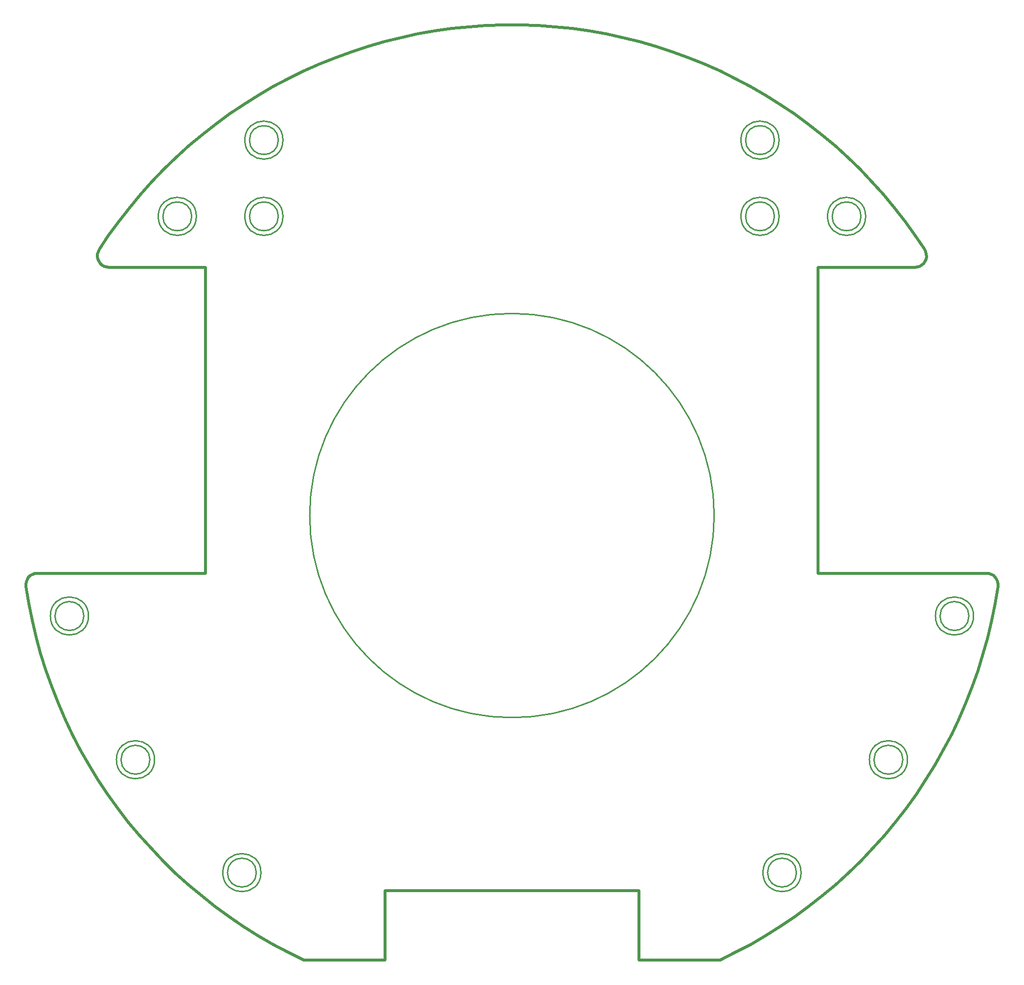
<source format=gm1>
%FSAX25Y25*%
%MOIN*%
G70*
G01*
G75*
G04 Layer_Color=16711935*
%ADD10O,0.08661X0.02362*%
%ADD11R,0.03000X0.03543*%
%ADD12R,0.05118X0.05512*%
%ADD13R,0.05512X0.05118*%
%ADD14R,0.03543X0.03000*%
%ADD15R,0.05000X0.06693*%
%ADD16R,0.04921X0.03937*%
%ADD17R,0.08661X0.02362*%
%ADD18O,0.08661X0.02362*%
%ADD19O,0.02362X0.08661*%
%ADD20R,0.09449X0.09843*%
%ADD21C,0.01575*%
%ADD22C,0.01181*%
%ADD23C,0.00984*%
%ADD24C,0.01000*%
%ADD25C,0.03150*%
%ADD26C,0.03937*%
%ADD27C,0.02756*%
%ADD28C,0.02362*%
%ADD29C,0.00591*%
%ADD30C,0.01969*%
%ADD31C,0.05906*%
%ADD32R,0.05906X0.05906*%
%ADD33C,0.05118*%
%ADD34C,0.07874*%
%ADD35O,0.10236X0.07874*%
%ADD36O,0.08268X0.07874*%
%ADD37R,0.05118X0.09843*%
%ADD38O,0.05118X0.09843*%
%ADD39R,0.06299X0.06299*%
%ADD40C,0.06299*%
%ADD41C,2.75591*%
%ADD42C,0.39370*%
%ADD43C,0.19685*%
%ADD44C,0.05500*%
%ADD45C,0.06693*%
%ADD46C,0.05000*%
%ADD47R,0.09646X0.09843*%
%ADD48R,0.09843X0.09449*%
%ADD49R,0.02362X0.08661*%
%ADD50O,0.02362X0.08661*%
%ADD51R,0.20866X0.07087*%
%ADD52O,0.03937X0.01024*%
%ADD53O,0.01024X0.03937*%
%ADD54R,0.03937X0.01024*%
%ADD55R,0.03543X0.01575*%
%ADD56R,0.09449X0.12598*%
%ADD57R,0.06693X0.05000*%
%ADD58R,0.09843X0.14961*%
%ADD59R,0.01969X0.05512*%
%ADD60O,0.08661X0.01575*%
%ADD61R,0.08661X0.01575*%
%ADD62R,0.18110X0.09252*%
%ADD63O,0.01378X0.06299*%
%ADD64R,0.07087X0.07874*%
%ADD65R,0.03543X0.01575*%
%ADD66R,0.09843X0.09646*%
%ADD67R,0.03937X0.04921*%
%ADD68O,0.02165X0.07874*%
%ADD69R,0.15000X0.19685*%
%ADD70R,0.01575X0.03543*%
%ADD71R,0.06000X0.06299*%
%ADD72R,0.06299X0.06000*%
%ADD73C,0.00787*%
%ADD74C,0.00141*%
%ADD75C,0.01378*%
%ADD76C,0.01200*%
%ADD77O,0.09461X0.03162*%
%ADD78R,0.03800X0.04343*%
%ADD79R,0.05918X0.06312*%
%ADD80R,0.06312X0.05918*%
%ADD81R,0.04343X0.03800*%
%ADD82R,0.05800X0.07493*%
%ADD83R,0.05721X0.04737*%
%ADD84R,0.09461X0.03162*%
%ADD85O,0.09461X0.03162*%
%ADD86O,0.03162X0.09461*%
%ADD87R,0.10249X0.10642*%
%ADD88C,0.06706*%
%ADD89R,0.06706X0.06706*%
%ADD90C,0.05918*%
%ADD91C,0.08674*%
%ADD92O,0.11036X0.08674*%
%ADD93O,0.09068X0.08674*%
%ADD94R,0.05918X0.10642*%
%ADD95O,0.05918X0.10642*%
%ADD96R,0.07099X0.07099*%
%ADD97C,0.07099*%
%ADD98C,2.76391*%
%ADD99C,0.40170*%
%ADD100C,0.20485*%
%ADD101C,0.06300*%
%ADD102C,0.07493*%
%ADD103C,0.05800*%
%ADD104R,0.10446X0.10642*%
%ADD105R,0.10642X0.10249*%
%ADD106R,0.03162X0.09461*%
%ADD107O,0.03162X0.09461*%
%ADD108R,0.21666X0.07887*%
%ADD109O,0.04737X0.01824*%
%ADD110O,0.01824X0.04737*%
%ADD111R,0.04737X0.01824*%
%ADD112R,0.04343X0.02375*%
%ADD113R,0.10249X0.13398*%
%ADD114R,0.07493X0.05800*%
%ADD115O,0.09461X0.02375*%
%ADD116R,0.09461X0.02375*%
%ADD117R,0.18910X0.10052*%
%ADD118O,0.02178X0.07099*%
%ADD119R,0.07887X0.08674*%
%ADD120R,0.04343X0.02375*%
%ADD121R,0.10642X0.10446*%
%ADD122R,0.04737X0.05721*%
%ADD123O,0.02965X0.08674*%
%ADD124R,0.15800X0.20485*%
%ADD125R,0.02375X0.04343*%
%ADD126R,0.06800X0.07099*%
%ADD127R,0.07099X0.06800*%
%ADD128C,0.00394*%
%ADD129C,0.00800*%
%ADD130C,0.00150*%
%ADD131C,0.00500*%
D24*
X1024795Y0677500D02*
G03*
X1024795Y0677500I-0137795J0000000D01*
G01*
X0595342Y0609000D02*
G03*
X0595342Y0609000I-0009843J0000000D01*
G01*
X0598492D02*
G03*
X0598492Y0609000I-0012992J0000000D01*
G01*
X0640343Y0511000D02*
G03*
X0640343Y0511000I-0009843J0000000D01*
G01*
X0643492D02*
G03*
X0643492Y0511000I-0012992J0000000D01*
G01*
X0712843Y0434000D02*
G03*
X0712843Y0434000I-0009843J0000000D01*
G01*
X0715992D02*
G03*
X0715992Y0434000I-0012992J0000000D01*
G01*
X1080842D02*
G03*
X1080842Y0434000I-0009843J0000000D01*
G01*
X1083992D02*
G03*
X1083992Y0434000I-0012992J0000000D01*
G01*
X1198343Y0609000D02*
G03*
X1198343Y0609000I-0009843J0000000D01*
G01*
X1201492D02*
G03*
X1201492Y0609000I-0012992J0000000D01*
G01*
X1124842Y0881500D02*
G03*
X1124842Y0881500I-0009843J0000000D01*
G01*
X1127992D02*
G03*
X1127992Y0881500I-0012992J0000000D01*
G01*
X1065843D02*
G03*
X1065843Y0881500I-0009843J0000000D01*
G01*
X1068992D02*
G03*
X1068992Y0881500I-0012992J0000000D01*
G01*
X1065843Y0933500D02*
G03*
X1065843Y0933500I-0009843J0000000D01*
G01*
X1068992D02*
G03*
X1068992Y0933500I-0012992J0000000D01*
G01*
X0727843D02*
G03*
X0727843Y0933500I-0009843J0000000D01*
G01*
X0730992D02*
G03*
X0730992Y0933500I-0012992J0000000D01*
G01*
X0727843Y0881500D02*
G03*
X0727843Y0881500I-0009843J0000000D01*
G01*
X0730992D02*
G03*
X0730992Y0881500I-0012992J0000000D01*
G01*
X0668843D02*
G03*
X0668843Y0881500I-0009843J0000000D01*
G01*
X0671992D02*
G03*
X0671992Y0881500I-0012992J0000000D01*
G01*
X1153343Y0511000D02*
G03*
X1153343Y0511000I-0009843J0000000D01*
G01*
X1156492D02*
G03*
X1156492Y0511000I-0012992J0000000D01*
G01*
X1024795Y0677500D02*
G03*
X1024795Y0677500I-0137795J0000000D01*
G01*
D30*
X1095661Y0846791D02*
X1161576D01*
X1163251Y0846972D01*
X1164850Y0847504D01*
X1166298Y0848364D01*
X1167531Y0849513D01*
X1168491Y0850898D01*
X1169134Y0852455D01*
X1169431Y0854114D01*
X1169369Y0855797D02*
X1169431Y0854114D01*
X1168949Y0857429D02*
X1169369Y0855797D01*
X1168193Y0858934D02*
X1168949Y0857429D01*
X1161670Y0868666D02*
X1168193Y0858934D01*
X1154810Y0878163D02*
X1161670Y0868666D01*
X1147622Y0887414D02*
X1154810Y0878163D01*
X1140115Y0896408D02*
X1147622Y0887414D01*
X1132297Y0905133D02*
X1140115Y0896408D01*
X1124179Y0913580D02*
X1132297Y0905133D01*
X1115771Y0921737D02*
X1124179Y0913580D01*
X1107081Y0929595D02*
X1115771Y0921737D01*
X1098123Y0937144D02*
X1107081Y0929595D01*
X1088905Y0944375D02*
X1098123Y0937144D01*
X1079440Y0951278D02*
X1088905Y0944375D01*
X1069739Y0957847D02*
X1079440Y0951278D01*
X1059814Y0964071D02*
X1069739Y0957847D01*
X1049677Y0969944D02*
X1059814Y0964071D01*
X1039341Y0975459D02*
X1049677Y0969944D01*
X1028819Y0980609D02*
X1039341Y0975459D01*
X1018122Y0985387D02*
X1028819Y0980609D01*
X1007265Y0989788D02*
X1018122Y0985387D01*
X0996260Y0993807D02*
X1007265Y0989788D01*
X0985122Y0997437D02*
X0996260Y0993807D01*
X0973863Y1000676D02*
X0985122Y0997437D01*
X0962498Y1003518D02*
X0973863Y1000676D01*
X0951040Y1005961D02*
X0962498Y1003518D01*
X0939504Y1008001D02*
X0951040Y1005961D01*
X0927903Y1009636D02*
X0939504Y1008001D01*
X0916252Y1010865D02*
X0927903Y1009636D01*
X0904566Y1011684D02*
X0916252Y1010865D01*
X0892858Y1012094D02*
X0904566Y1011684D01*
X0881142Y1012094D02*
X0892858D01*
X0869434Y1011684D02*
X0881142Y1012094D01*
X0857748Y1010865D02*
X0869434Y1011684D01*
X0846097Y1009636D02*
X0857748Y1010865D01*
X0834496Y1008001D02*
X0846097Y1009636D01*
X0822960Y1005961D02*
X0834496Y1008001D01*
X0811502Y1003518D02*
X0822960Y1005961D01*
X0800137Y1000676D02*
X0811502Y1003518D01*
X0788878Y0997437D02*
X0800137Y1000676D01*
X0777740Y0993807D02*
X0788878Y0997437D01*
X0766735Y0989788D02*
X0777740Y0993807D01*
X0755878Y0985387D02*
X0766735Y0989788D01*
X0745181Y0980609D02*
X0755878Y0985387D01*
X0734659Y0975459D02*
X0745181Y0980609D01*
X0724323Y0969944D02*
X0734659Y0975459D01*
X0714186Y0964071D02*
X0724323Y0969944D01*
X0704261Y0957847D02*
X0714186Y0964071D01*
X0694560Y0951278D02*
X0704261Y0957847D01*
X0685095Y0944375D02*
X0694560Y0951278D01*
X0675877Y0937144D02*
X0685095Y0944375D01*
X0666919Y0929595D02*
X0675877Y0937144D01*
X0658229Y0921737D02*
X0666919Y0929595D01*
X0649821Y0913580D02*
X0658229Y0921737D01*
X0641703Y0905133D02*
X0649821Y0913580D01*
X0633885Y0896408D02*
X0641703Y0905133D01*
X0626378Y0887414D02*
X0633885Y0896408D01*
X0619190Y0878163D02*
X0626378Y0887414D01*
X0612330Y0868666D02*
X0619190Y0878163D01*
X0605807Y0858934D02*
X0612330Y0868666D01*
X0605051Y0857429D02*
X0605807Y0858934D01*
X0604631Y0855797D02*
X0605051Y0857429D01*
X0604569Y0854114D02*
X0604631Y0855797D01*
X0604569Y0854114D02*
X0604866Y0852455D01*
X0605509Y0850898D01*
X0606469Y0849513D01*
X0607701Y0848364D01*
X0609150Y0847504D01*
X0610749Y0846972D01*
X0612424Y0846791D01*
X0678339D01*
Y0638130D02*
Y0846791D01*
X0563662Y0638130D02*
X0678339D01*
X0561986Y0637949D02*
X0563662Y0638130D01*
X0560387Y0637416D02*
X0561986Y0637949D01*
X0558938Y0636555D02*
X0560387Y0637416D01*
X0557705Y0635405D02*
X0558938Y0636555D01*
X0556745Y0634020D02*
X0557705Y0635405D01*
X0556103Y0632461D02*
X0556745Y0634020D01*
X0555807Y0630802D02*
X0556103Y0632461D01*
X0555807Y0630802D02*
X0555870Y0629117D01*
X0557784Y0617461D01*
X0560108Y0605880D01*
X0562839Y0594388D01*
X0565974Y0583000D01*
X0569509Y0571729D01*
X0573440Y0560590D01*
X0577761Y0549597D01*
X0582468Y0538763D01*
X0587554Y0528102D01*
X0593013Y0517627D01*
X0598838Y0507352D01*
X0605022Y0497288D01*
X0611558Y0487449D01*
X0618437Y0477846D01*
X0625650Y0468493D01*
X0633189Y0459399D01*
X0641045Y0450578D01*
X0649206Y0442039D01*
X0657664Y0433794D01*
X0666408Y0425852D01*
X0675426Y0418223D01*
X0684708Y0410918D01*
X0694242Y0403945D01*
X0704017Y0397313D01*
X0714019Y0391030D01*
X0724237Y0385103D01*
X0734657Y0379541D01*
X0745268Y0374350D01*
X0800386D01*
Y0421594D01*
X0973614D01*
Y0374350D02*
Y0421594D01*
Y0374350D02*
X1028732D01*
X1039343Y0379541D01*
X1049763Y0385103D01*
X1059981Y0391030D01*
X1069983Y0397313D01*
X1079757Y0403945D01*
X1089292Y0410918D01*
X1098574Y0418223D01*
X1107592Y0425852D01*
X1116336Y0433794D01*
X1124794Y0442039D01*
X1132955Y0450578D01*
X1140811Y0459399D01*
X1148350Y0468493D01*
X1155563Y0477846D01*
X1162442Y0487449D01*
X1168978Y0497288D01*
X1175162Y0507352D01*
X1180987Y0517627D01*
X1186446Y0528102D01*
X1191532Y0538763D01*
X1196239Y0549597D01*
X1200560Y0560590D01*
X1204491Y0571729D01*
X1208026Y0583000D01*
X1211161Y0594388D01*
X1213892Y0605880D01*
X1216216Y0617461D01*
X1218130Y0629117D01*
X1218193Y0630802D01*
X1217897Y0632461D02*
X1218193Y0630802D01*
X1217255Y0634020D02*
X1217897Y0632461D01*
X1216295Y0635405D02*
X1217255Y0634020D01*
X1215063Y0636555D02*
X1216295Y0635405D01*
X1213613Y0637416D02*
X1215063Y0636555D01*
X1212014Y0637949D02*
X1213613Y0637416D01*
X1210338Y0638130D02*
X1212014Y0637949D01*
X1095661Y0638130D02*
X1210338D01*
X1095661D02*
Y0846791D01*
Y0638130D02*
Y0846791D01*
Y0638130D02*
X1210338D01*
X1212014Y0637949D01*
X1213613Y0637416D01*
X1215063Y0636555D01*
X1216295Y0635405D01*
X1217255Y0634020D01*
X1217897Y0632461D01*
X1218193Y0630802D01*
X1218130Y0629117D02*
X1218193Y0630802D01*
X1216216Y0617461D02*
X1218130Y0629117D01*
X1213892Y0605880D02*
X1216216Y0617461D01*
X1211161Y0594388D02*
X1213892Y0605880D01*
X1208026Y0583000D02*
X1211161Y0594388D01*
X1204491Y0571729D02*
X1208026Y0583000D01*
X1200560Y0560590D02*
X1204491Y0571729D01*
X1196239Y0549597D02*
X1200560Y0560590D01*
X1191532Y0538763D02*
X1196239Y0549597D01*
X1186446Y0528102D02*
X1191532Y0538763D01*
X1180987Y0517627D02*
X1186446Y0528102D01*
X1175162Y0507352D02*
X1180987Y0517627D01*
X1168978Y0497288D02*
X1175162Y0507352D01*
X1162442Y0487449D02*
X1168978Y0497288D01*
X1155563Y0477846D02*
X1162442Y0487449D01*
X1148350Y0468493D02*
X1155563Y0477846D01*
X1140811Y0459399D02*
X1148350Y0468493D01*
X1132955Y0450578D02*
X1140811Y0459399D01*
X1124794Y0442039D02*
X1132955Y0450578D01*
X1116336Y0433794D02*
X1124794Y0442039D01*
X1107592Y0425852D02*
X1116336Y0433794D01*
X1098574Y0418223D02*
X1107592Y0425852D01*
X1089292Y0410918D02*
X1098574Y0418223D01*
X1079757Y0403945D02*
X1089292Y0410918D01*
X1069983Y0397313D02*
X1079757Y0403945D01*
X1059981Y0391030D02*
X1069983Y0397313D01*
X1049763Y0385103D02*
X1059981Y0391030D01*
X1039343Y0379541D02*
X1049763Y0385103D01*
X1028732Y0374350D02*
X1039343Y0379541D01*
X0973614Y0374350D02*
X1028732D01*
X0973614D02*
Y0421594D01*
X0800386D02*
X0973614D01*
X0800386Y0374350D02*
Y0421594D01*
X0745268Y0374350D02*
X0800386D01*
X0734657Y0379541D02*
X0745268Y0374350D01*
X0724237Y0385103D02*
X0734657Y0379541D01*
X0714019Y0391030D02*
X0724237Y0385103D01*
X0704017Y0397313D02*
X0714019Y0391030D01*
X0694242Y0403945D02*
X0704017Y0397313D01*
X0684708Y0410918D02*
X0694242Y0403945D01*
X0675426Y0418223D02*
X0684708Y0410918D01*
X0666408Y0425852D02*
X0675426Y0418223D01*
X0657664Y0433794D02*
X0666408Y0425852D01*
X0649206Y0442039D02*
X0657664Y0433794D01*
X0641045Y0450578D02*
X0649206Y0442039D01*
X0633189Y0459399D02*
X0641045Y0450578D01*
X0625650Y0468493D02*
X0633189Y0459399D01*
X0618437Y0477846D02*
X0625650Y0468493D01*
X0611558Y0487449D02*
X0618437Y0477846D01*
X0605022Y0497288D02*
X0611558Y0487449D01*
X0598838Y0507352D02*
X0605022Y0497288D01*
X0593013Y0517627D02*
X0598838Y0507352D01*
X0587554Y0528102D02*
X0593013Y0517627D01*
X0582468Y0538763D02*
X0587554Y0528102D01*
X0577761Y0549597D02*
X0582468Y0538763D01*
X0573440Y0560590D02*
X0577761Y0549597D01*
X0569509Y0571729D02*
X0573440Y0560590D01*
X0565974Y0583000D02*
X0569509Y0571729D01*
X0562839Y0594388D02*
X0565974Y0583000D01*
X0560108Y0605880D02*
X0562839Y0594388D01*
X0557784Y0617461D02*
X0560108Y0605880D01*
X0555870Y0629117D02*
X0557784Y0617461D01*
X0555807Y0630802D02*
X0555870Y0629117D01*
X0555807Y0630802D02*
X0556103Y0632461D01*
X0556745Y0634020D01*
X0557705Y0635405D01*
X0558938Y0636555D01*
X0560387Y0637416D01*
X0561986Y0637949D01*
X0563662Y0638130D01*
X0678339D01*
Y0846791D01*
X0612424D02*
X0678339D01*
X0610749Y0846972D02*
X0612424Y0846791D01*
X0609150Y0847504D02*
X0610749Y0846972D01*
X0607701Y0848364D02*
X0609150Y0847504D01*
X0606469Y0849513D02*
X0607701Y0848364D01*
X0605509Y0850898D02*
X0606469Y0849513D01*
X0604866Y0852455D02*
X0605509Y0850898D01*
X0604569Y0854114D02*
X0604866Y0852455D01*
X0604569Y0854114D02*
X0604631Y0855797D01*
X0605051Y0857429D01*
X0605807Y0858934D01*
X0612330Y0868666D01*
X0619190Y0878163D01*
X0626378Y0887414D01*
X0633885Y0896408D01*
X0641703Y0905133D01*
X0649821Y0913580D01*
X0658229Y0921737D01*
X0666919Y0929595D01*
X0675877Y0937144D01*
X0685095Y0944375D01*
X0694560Y0951278D01*
X0704261Y0957847D01*
X0714186Y0964071D01*
X0724323Y0969944D01*
X0734659Y0975459D01*
X0745181Y0980609D01*
X0755878Y0985387D01*
X0766735Y0989788D01*
X0777740Y0993807D01*
X0788878Y0997437D01*
X0800137Y1000676D01*
X0811502Y1003518D01*
X0822960Y1005961D01*
X0834496Y1008001D01*
X0846097Y1009636D01*
X0857748Y1010865D01*
X0869434Y1011684D01*
X0881142Y1012094D01*
X0892858D01*
X0904566Y1011684D01*
X0916252Y1010865D01*
X0927903Y1009636D01*
X0939504Y1008001D01*
X0951040Y1005961D01*
X0962498Y1003518D01*
X0973863Y1000676D01*
X0985122Y0997437D01*
X0996260Y0993807D01*
X1007265Y0989788D01*
X1018122Y0985387D01*
X1028819Y0980609D01*
X1039341Y0975459D01*
X1049677Y0969944D01*
X1059814Y0964071D01*
X1069739Y0957847D01*
X1079440Y0951278D01*
X1088905Y0944375D01*
X1098123Y0937144D01*
X1107081Y0929595D01*
X1115771Y0921737D01*
X1124179Y0913580D01*
X1132297Y0905133D01*
X1140115Y0896408D01*
X1147622Y0887414D01*
X1154810Y0878163D01*
X1161670Y0868666D01*
X1168193Y0858934D01*
X1168949Y0857429D01*
X1169369Y0855797D01*
X1169431Y0854114D01*
X1169134Y0852455D02*
X1169431Y0854114D01*
X1168491Y0850898D02*
X1169134Y0852455D01*
X1167531Y0849513D02*
X1168491Y0850898D01*
X1166298Y0848364D02*
X1167531Y0849513D01*
X1164850Y0847504D02*
X1166298Y0848364D01*
X1163251Y0846972D02*
X1164850Y0847504D01*
X1161576Y0846791D02*
X1163251Y0846972D01*
X1095661Y0846791D02*
X1161576D01*
M02*

</source>
